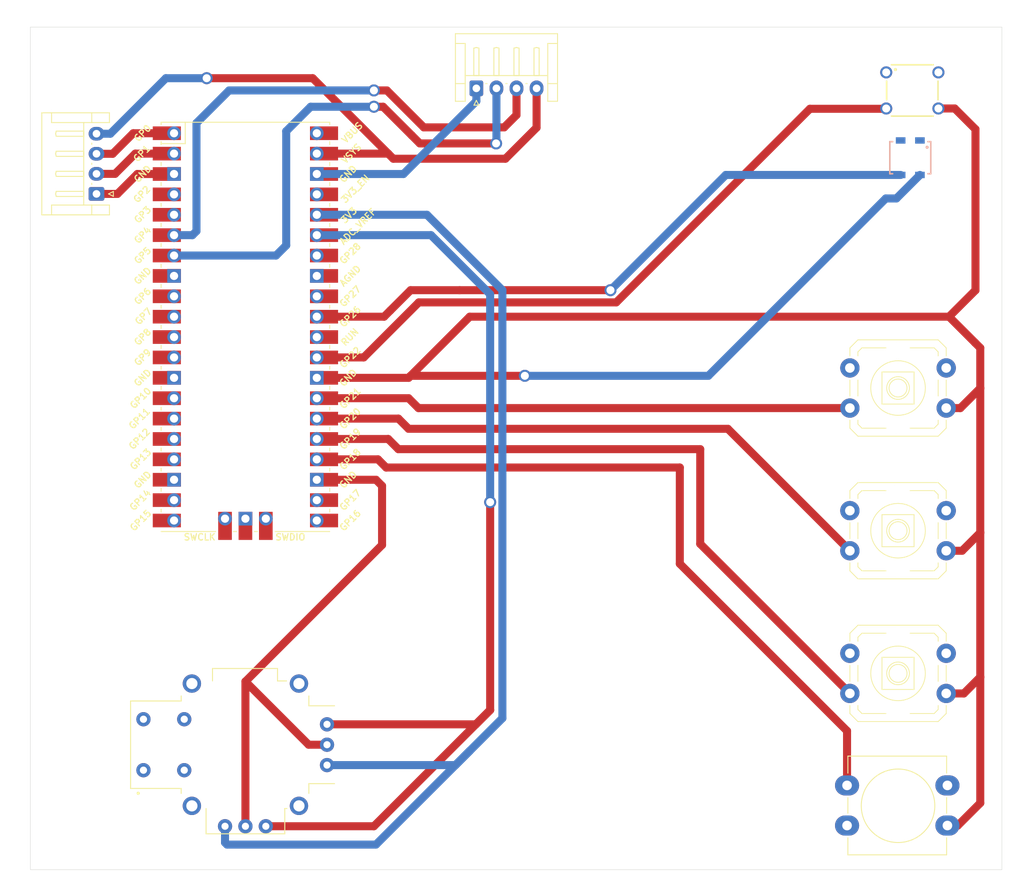
<source format=kicad_pcb>
(kicad_pcb (version 20241229) (generator "pcbnew") (generator_version "9.0")
  (layers (0 "F.Cu" signal) (2 "B.Cu" signal) (13 "F.Paste" user) (15 "B.Paste" user) (5 "F.SilkS" user "F.Silkscreen") (7 "B.SilkS" user "B.Silkscreen") (1 "F.Mask" user) (3 "B.Mask" user) (25 "Edge.Cuts" user))
  (net 0 "")
  (footprint "4301X60437X6" (layer "F.Cu") (at 227.838 56.896)
    (property "Reference" "REF**" (hide yes))
    (property "Value" "4301X60437X6")
    (pad "1" thru_hole circle (at -3.25 -2.25) (size 1.508 1.508) (drill 1) (layers "*.Cu" "*.Mask"))
    (pad "2" thru_hole circle (at -3.25 2.25) (size 1.508 1.508) (drill 1) (layers "*.Cu" "*.Mask"))
    (pad "3" thru_hole circle (at 3.25 -2.25) (size 1.508 1.508) (drill 1) (layers "*.Cu" "*.Mask"))
    (pad "4" thru_hole circle (at 3.25 2.25) (size 1.508 1.508) (drill 1) (layers "*.Cu" "*.Mask"))
  )
  (footprint "MajLibrary:RPi_Pico_SMD_TH" (layer "F.Cu") (at 144.78 86.36)
    (property "Reference" "REF**" (hide yes))
    (property "Value" "RPi_Pico_SMD_TH")
    (fp_text user "GP20" (at 13.054 11.43 45) (layer "F.SilkS") (effects (font (size 0.8 0.8))))
    (fp_text user "GP8" (at -12.8 1.27 45) (layer "F.SilkS") (effects (font (size 0.8 0.8))))
    (fp_text user "GP9" (at -12.8 3.81 45) (layer "F.SilkS") (effects (font (size 0.8 0.8))))
    (fp_text user "GP2" (at -12.9 -16.51 45) (layer "F.SilkS") (effects (font (size 0.8 0.8))))
    (fp_text user "GND" (at -12.8 -19.05 45) (layer "F.SilkS") (effects (font (size 0.8 0.8))))
    (fp_text user "GP5" (at -12.8 -8.89 45) (layer "F.SilkS") (effects (font (size 0.8 0.8))))
    (fp_text user "GP4" (at -12.8 -11.43 45) (layer "F.SilkS") (effects (font (size 0.8 0.8))))
    (fp_text user "GND" (at 12.8 19.05 45) (layer "F.SilkS") (effects (font (size 0.8 0.8))))
    (fp_text user "GND" (at -12.8 19.05 45) (layer "F.SilkS") (effects (font (size 0.8 0.8))))
    (fp_text user "GND" (at -12.8 6.35 45) (layer "F.SilkS") (effects (font (size 0.8 0.8))))
    (fp_text user "GP22" (at 13.054 3.81 45) (layer "F.SilkS") (effects (font (size 0.8 0.8))))
    (fp_text user "GP28" (at 13.054 -9.144 45) (layer "F.SilkS") (effects (font (size 0.8 0.8))))
    (fp_text user "GP14" (at -13.1 21.59 45) (layer "F.SilkS") (effects (font (size 0.8 0.8))))
    (fp_text user "ADC_VREF" (at 14 -12.5 45) (layer "F.SilkS") (effects (font (size 0.8 0.8))))
    (fp_text user "SWCLK" (at -5.7 26.2 0) (layer "F.SilkS") (effects (font (size 0.8 0.8))))
    (fp_text user "GP0" (at -12.8 -24.13 45) (layer "F.SilkS") (effects (font (size 0.8 0.8))))
    (fp_text user "GP27" (at 13.054 -3.8 45) (layer "F.SilkS") (effects (font (size 0.8 0.8))))
    (fp_text user "GP18" (at 13.054 16.51 45) (layer "F.SilkS") (effects (font (size 0.8 0.8))))
    (fp_text user "GP15" (at -13.054 24.13 45) (layer "F.SilkS") (effects (font (size 0.8 0.8))))
    (fp_text user "VBUS" (at 13.3 -24.2 45) (layer "F.SilkS") (effects (font (size 0.8 0.8))))
    (fp_text user "GP3" (at -12.8 -13.97 45) (layer "F.SilkS") (effects (font (size 0.8 0.8))))
    (fp_text user "GND" (at 12.8 -19.05 45) (layer "F.SilkS") (effects (font (size 0.8 0.8))))
    (fp_text user "GP21" (at 13.054 8.9 45) (layer "F.SilkS") (effects (font (size 0.8 0.8))))
    (fp_text user "GND" (at 12.8 6.35 45) (layer "F.SilkS") (effects (font (size 0.8 0.8))))
    (fp_text user "SWDIO" (at 5.6 26.2 0) (layer "F.SilkS") (effects (font (size 0.8 0.8))))
    (fp_text user "GP19" (at 13.054 13.97 45) (layer "F.SilkS") (effects (font (size 0.8 0.8))))
    (fp_text user "GP26" (at 13.054 -1.27 45) (layer "F.SilkS") (effects (font (size 0.8 0.8))))
    (fp_text user "RUN" (at 13 1.27 45) (layer "F.SilkS") (effects (font (size 0.8 0.8))))
    (fp_text user "GP10" (at -13.054 8.89 45) (layer "F.SilkS") (effects (font (size 0.8 0.8))))
    (fp_text user "3V3_EN" (at 13.7 -17.2 45) (layer "F.SilkS") (effects (font (size 0.8 0.8))))
    (fp_text user "GP17" (at 13.054 21.59 45) (layer "F.SilkS") (effects (font (size 0.8 0.8))))
    (fp_text user "GP1" (at -12.9 -21.6 45) (layer "F.SilkS") (effects (font (size 0.8 0.8))))
    (fp_text user "GP16" (at 13.054 24.13 45) (layer "F.SilkS") (effects (font (size 0.8 0.8))))
    (fp_text user "GP11" (at -13.2 11.43 45) (layer "F.SilkS") (effects (font (size 0.8 0.8))))
    (fp_text user "GND" (at -12.8 -6.35 45) (layer "F.SilkS") (effects (font (size 0.8 0.8))))
    (fp_text user "GP7" (at -12.7 -1.3 45) (layer "F.SilkS") (effects (font (size 0.8 0.8))))
    (fp_text user "GP6" (at -12.8 -3.81 45) (layer "F.SilkS") (effects (font (size 0.8 0.8))))
    (fp_text user "GP13" (at -13.054 16.51 45) (layer "F.SilkS") (effects (font (size 0.8 0.8))))
    (fp_text user "3V3" (at 12.9 -13.9 45) (layer "F.SilkS") (effects (font (size 0.8 0.8))))
    (fp_text user "VSYS" (at 13.2 -21.59 45) (layer "F.SilkS") (effects (font (size 0.8 0.8))))
    (fp_text user "AGND" (at 13.054 -6.35 45) (layer "F.SilkS") (effects (font (size 0.8 0.8))))
    (fp_text user "GP12" (at -13.2 13.97 45) (layer "F.SilkS") (effects (font (size 0.8 0.8))))
    (pad "" np_thru_hole oval (at -2.725 -24) (size 1.8 1.8) (drill 1.8) (layers "*.Cu" "*.Mask"))
    (pad "" np_thru_hole oval (at -2.425 -20.97) (size 1.5 1.5) (drill 1.5) (layers "*.Cu" "*.Mask"))
    (pad "" np_thru_hole oval (at 2.425 -20.97) (size 1.5 1.5) (drill 1.5) (layers "*.Cu" "*.Mask"))
    (pad "" np_thru_hole oval (at 2.725 -24) (size 1.8 1.8) (drill 1.8) (layers "*.Cu" "*.Mask"))
    (pad "1" thru_hole oval (at -8.89 -24.13) (size 1.7 1.7) (drill 1.02) (layers "*.Cu" "*.Mask"))
    (pad "1" smd rect (at -8.89 -24.13) (size 3.5 1.7) (drill (offset -0.9 0)) (layers "F.Cu" "F.Mask"))
    (pad "2" thru_hole oval (at -8.89 -21.59) (size 1.7 1.7) (drill 1.02) (layers "*.Cu" "*.Mask"))
    (pad "2" smd rect (at -8.89 -21.59) (size 3.5 1.7) (drill (offset -0.9 0)) (layers "F.Cu" "F.Mask"))
    (pad "3" thru_hole rect (at -8.89 -19.05) (size 1.7 1.7) (drill 1.02) (layers "*.Cu" "*.Mask"))
    (pad "3" smd rect (at -8.89 -19.05) (size 3.5 1.7) (drill (offset -0.9 0)) (layers "F.Cu" "F.Mask"))
    (pad "4" thru_hole oval (at -8.89 -16.51) (size 1.7 1.7) (drill 1.02) (layers "*.Cu" "*.Mask"))
    (pad "4" smd rect (at -8.89 -16.51) (size 3.5 1.7) (drill (offset -0.9 0)) (layers "F.Cu" "F.Mask"))
    (pad "5" thru_hole oval (at -8.89 -13.97) (size 1.7 1.7) (drill 1.02) (layers "*.Cu" "*.Mask"))
    (pad "5" smd rect (at -8.89 -13.97) (size 3.5 1.7) (drill (offset -0.9 0)) (layers "F.Cu" "F.Mask"))
    (pad "6" thru_hole oval (at -8.89 -11.43) (size 1.7 1.7) (drill 1.02) (layers "*.Cu" "*.Mask"))
    (pad "6" smd rect (at -8.89 -11.43) (size 3.5 1.7) (drill (offset -0.9 0)) (layers "F.Cu" "F.Mask"))
    (pad "7" thru_hole oval (at -8.89 -8.89) (size 1.7 1.7) (drill 1.02) (layers "*.Cu" "*.Mask"))
    (pad "7" smd rect (at -8.89 -8.89) (size 3.5 1.7) (drill (offset -0.9 0)) (layers "F.Cu" "F.Mask"))
    (pad "8" thru_hole rect (at -8.89 -6.35) (size 1.7 1.7) (drill 1.02) (layers "*.Cu" "*.Mask"))
    (pad "8" smd rect (at -8.89 -6.35) (size 3.5 1.7) (drill (offset -0.9 0)) (layers "F.Cu" "F.Mask"))
    (pad "9" thru_hole oval (at -8.89 -3.81) (size 1.7 1.7) (drill 1.02) (layers "*.Cu" "*.Mask"))
    (pad "9" smd rect (at -8.89 -3.81) (size 3.5 1.7) (drill (offset -0.9 0)) (layers "F.Cu" "F.Mask"))
    (pad "10" thru_hole oval (at -8.89 -1.27) (size 1.7 1.7) (drill 1.02) (layers "*.Cu" "*.Mask"))
    (pad "10" smd rect (at -8.89 -1.27) (size 3.5 1.7) (drill (offset -0.9 0)) (layers "F.Cu" "F.Mask"))
    (pad "11" thru_hole oval (at -8.89 1.27) (size 1.7 1.7) (drill 1.02) (layers "*.Cu" "*.Mask"))
    (pad "11" smd rect (at -8.89 1.27) (size 3.5 1.7) (drill (offset -0.9 0)) (layers "F.Cu" "F.Mask"))
    (pad "12" thru_hole oval (at -8.89 3.81) (size 1.7 1.7) (drill 1.02) (layers "*.Cu" "*.Mask"))
    (pad "12" smd rect (at -8.89 3.81) (size 3.5 1.7) (drill (offset -0.9 0)) (layers "F.Cu" "F.Mask"))
    (pad "13" thru_hole rect (at -8.89 6.35) (size 1.7 1.7) (drill 1.02) (layers "*.Cu" "*.Mask"))
    (pad "13" smd rect (at -8.89 6.35) (size 3.5 1.7) (drill (offset -0.9 0)) (layers "F.Cu" "F.Mask"))
    (pad "14" thru_hole oval (at -8.89 8.89) (size 1.7 1.7) (drill 1.02) (layers "*.Cu" "*.Mask"))
    (pad "14" smd rect (at -8.89 8.89) (size 3.5 1.7) (drill (offset -0.9 0)) (layers "F.Cu" "F.Mask"))
    (pad "15" thru_hole oval (at -8.89 11.43) (size 1.7 1.7) (drill 1.02) (layers "*.Cu" "*.Mask"))
    (pad "15" smd rect (at -8.89 11.43) (size 3.5 1.7) (drill (offset -0.9 0)) (layers "F.Cu" "F.Mask"))
    (pad "16" thru_hole oval (at -8.89 13.97) (size 1.7 1.7) (drill 1.02) (layers "*.Cu" "*.Mask"))
    (pad "16" smd rect (at -8.89 13.97) (size 3.5 1.7) (drill (offset -0.9 0)) (layers "F.Cu" "F.Mask"))
    (pad "17" thru_hole oval (at -8.89 16.51) (size 1.7 1.7) (drill 1.02) (layers "*.Cu" "*.Mask"))
    (pad "17" smd rect (at -8.89 16.51) (size 3.5 1.7) (drill (offset -0.9 0)) (layers "F.Cu" "F.Mask"))
    (pad "18" thru_hole rect (at -8.89 19.05) (size 1.7 1.7) (drill 1.02) (layers "*.Cu" "*.Mask"))
    (pad "18" smd rect (at -8.89 19.05) (size 3.5 1.7) (drill (offset -0.9 0)) (layers "F.Cu" "F.Mask"))
    (pad "19" thru_hole oval (at -8.89 21.59) (size 1.7 1.7) (drill 1.02) (layers "*.Cu" "*.Mask"))
    (pad "19" smd rect (at -8.89 21.59) (size 3.5 1.7) (drill (offset -0.9 0)) (layers "F.Cu" "F.Mask"))
    (pad "20" thru_hole oval (at -8.89 24.13) (size 1.7 1.7) (drill 1.02) (layers "*.Cu" "*.Mask"))
    (pad "20" smd rect (at -8.89 24.13) (size 3.5 1.7) (drill (offset -0.9 0)) (layers "F.Cu" "F.Mask"))
    (pad "21" thru_hole oval (at 8.89 24.13) (size 1.7 1.7) (drill 1.02) (layers "*.Cu" "*.Mask"))
    (pad "21" smd rect (at 8.89 24.13) (size 3.5 1.7) (drill (offset 0.9 0)) (layers "F.Cu" "F.Mask"))
    (pad "22" thru_hole oval (at 8.89 21.59) (size 1.7 1.7) (drill 1.02) (layers "*.Cu" "*.Mask"))
    (pad "22" smd rect (at 8.89 21.59) (size 3.5 1.7) (drill (offset 0.9 0)) (layers "F.Cu" "F.Mask"))
    (pad "23" thru_hole rect (at 8.89 19.05) (size 1.7 1.7) (drill 1.02) (layers "*.Cu" "*.Mask"))
    (pad "23" smd rect (at 8.89 19.05) (size 3.5 1.7) (drill (offset 0.9 0)) (layers "F.Cu" "F.Mask"))
    (pad "24" thru_hole oval (at 8.89 16.51) (size 1.7 1.7) (drill 1.02) (layers "*.Cu" "*.Mask"))
    (pad "24" smd rect (at 8.89 16.51) (size 3.5 1.7) (drill (offset 0.9 0)) (layers "F.Cu" "F.Mask"))
    (pad "25" thru_hole oval (at 8.89 13.97) (size 1.7 1.7) (drill 1.02) (layers "*.Cu" "*.Mask"))
    (pad "25" smd rect (at 8.89 13.97) (size 3.5 1.7) (drill (offset 0.9 0)) (layers "F.Cu" "F.Mask"))
    (pad "26" thru_hole oval (at 8.89 11.43) (size 1.7 1.7) (drill 1.02) (layers "*.Cu" "*.Mask"))
    (pad "26" smd rect (at 8.89 11.43) (size 3.5 1.7) (drill (offset 0.9 0)) (layers "F.Cu" "F.Mask"))
    (pad "27" thru_hole oval (at 8.89 8.89) (size 1.7 1.7) (drill 1.02) (layers "*.Cu" "*.Mask"))
    (pad "27" smd rect (at 8.89 8.89) (size 3.5 1.7) (drill (offset 0.9 0)) (layers "F.Cu" "F.Mask"))
    (pad "28" thru_hole rect (at 8.89 6.35) (size 1.7 1.7) (drill 1.02) (layers "*.Cu" "*.Mask"))
    (pad "28" smd rect (at 8.89 6.35) (size 3.5 1.7) (drill (offset 0.9 0)) (layers "F.Cu" "F.Mask"))
    (pad "29" thru_hole oval (at 8.89 3.81) (size 1.7 1.7) (drill 1.02) (layers "*.Cu" "*.Mask"))
    (pad "29" smd rect (at 8.89 3.81) (size 3.5 1.7) (drill (offset 0.9 0)) (layers "F.Cu" "F.Mask"))
    (pad "30" thru_hole oval (at 8.89 1.27) (size 1.7 1.7) (drill 1.02) (layers "*.Cu" "*.Mask"))
    (pad "30" smd rect (at 8.89 1.27) (size 3.5 1.7) (drill (offset 0.9 0)) (layers "F.Cu" "F.Mask"))
    (pad "31" thru_hole oval (at 8.89 -1.27) (size 1.7 1.7) (drill 1.02) (layers "*.Cu" "*.Mask"))
    (pad "31" smd rect (at 8.89 -1.27) (size 3.5 1.7) (drill (offset 0.9 0)) (layers "F.Cu" "F.Mask"))
    (pad "32" thru_hole oval (at 8.89 -3.81) (size 1.7 1.7) (drill 1.02) (layers "*.Cu" "*.Mask"))
    (pad "32" smd rect (at 8.89 -3.81) (size 3.5 1.7) (drill (offset 0.9 0)) (layers "F.Cu" "F.Mask"))
    (pad "33" thru_hole rect (at 8.89 -6.35) (size 1.7 1.7) (drill 1.02) (layers "*.Cu" "*.Mask"))
    (pad "33" smd rect (at 8.89 -6.35) (size 3.5 1.7) (drill (offset 0.9 0)) (layers "F.Cu" "F.Mask"))
    (pad "34" thru_hole oval (at 8.89 -8.89) (size 1.7 1.7) (drill 1.02) (layers "*.Cu" "*.Mask"))
    (pad "34" smd rect (at 8.89 -8.89) (size 3.5 1.7) (drill (offset 0.9 0)) (layers "F.Cu" "F.Mask"))
    (pad "35" thru_hole oval (at 8.89 -11.43) (size 1.7 1.7) (drill 1.02) (layers "*.Cu" "*.Mask"))
    (pad "35" smd rect (at 8.89 -11.43) (size 3.5 1.7) (drill (offset 0.9 0)) (layers "F.Cu" "F.Mask"))
    (pad "36" thru_hole oval (at 8.89 -13.97) (size 1.7 1.7) (drill 1.02) (layers "*.Cu" "*.Mask"))
    (pad "36" smd rect (at 8.89 -13.97) (size 3.5 1.7) (drill (offset 0.9 0)) (layers "F.Cu" "F.Mask"))
    (pad "37" thru_hole oval (at 8.89 -16.51) (size 1.7 1.7) (drill 1.02) (layers "*.Cu" "*.Mask"))
    (pad "37" smd rect (at 8.89 -16.51) (size 3.5 1.7) (drill (offset 0.9 0)) (layers "F.Cu" "F.Mask"))
    (pad "38" thru_hole rect (at 8.89 -19.05) (size 1.7 1.7) (drill 1.02) (layers "*.Cu" "*.Mask"))
    (pad "38" smd rect (at 8.89 -19.05) (size 3.5 1.7) (drill (offset 0.9 0)) (layers "F.Cu" "F.Mask"))
    (pad "39" thru_hole oval (at 8.89 -21.59) (size 1.7 1.7) (drill 1.02) (layers "*.Cu" "*.Mask"))
    (pad "39" smd rect (at 8.89 -21.59) (size 3.5 1.7) (drill (offset 0.9 0)) (layers "F.Cu" "F.Mask"))
    (pad "40" thru_hole oval (at 8.89 -24.13) (size 1.7 1.7) (drill 1.02) (layers "*.Cu" "*.Mask"))
    (pad "40" smd rect (at 8.89 -24.13) (size 3.5 1.7) (drill (offset 0.9 0)) (layers "F.Cu" "F.Mask"))
    (pad "41" thru_hole oval (at -2.54 23.9) (size 1.7 1.7) (drill 1.02) (layers "*.Cu" "*.Mask"))
    (pad "41" smd rect (at -2.54 23.9 90) (size 3.5 1.7) (drill (offset -0.9 0)) (layers "F.Cu" "F.Mask"))
    (pad "42" thru_hole rect (at 0 23.9) (size 1.7 1.7) (drill 1.02) (layers "*.Cu" "*.Mask"))
    (pad "42" smd rect (at 0 23.9 90) (size 3.5 1.7) (drill (offset -0.9 0)) (layers "F.Cu" "F.Mask"))
    (pad "43" thru_hole oval (at 2.54 23.9) (size 1.7 1.7) (drill 1.02) (layers "*.Cu" "*.Mask"))
    (pad "43" smd rect (at 2.54 23.9 90) (size 3.5 1.7) (drill (offset -0.9 0)) (layers "F.Cu" "F.Mask"))
  )
  (footprint "Button_Switch_THT:SW_PUSH-12mm_Wuerth-430476085716" (layer "F.Cu") (at 219.71 143.5)
    (property "Reference" "REF**" (hide yes))
    (property "Value" "SW_PUSH-12mm_Wuerth-430476085716")
    (pad "1" thru_hole oval (at 0 0) (size 3 2.5) (drill 1.2) (layers "*.Cu" "*.Mask"))
    (pad "1" thru_hole oval (at 12.5 0) (size 3 2.5) (drill 1.2) (layers "*.Cu" "*.Mask"))
    (pad "2" thru_hole oval (at 0 5) (size 3 2.5) (drill 1.2) (layers "*.Cu" "*.Mask"))
    (pad "2" thru_hole oval (at 12.5 5) (size 3 2.5) (drill 1.2) (layers "*.Cu" "*.Mask"))
  )
  (footprint "MajLibrary:B3F-5050" (layer "F.Cu") (at 226.06 93.98)
    (property "Reference" "REF**" (hide yes))
    (property "Value" "B3F-5050")
    (pad "" np_thru_hole circle (at 0 -4.5) (size 1.8 1.8) (drill 1.8) (layers "*.Cu" "*.Mask"))
    (pad "" np_thru_hole circle (at 0 4.5) (size 1.8 1.8) (drill 1.8) (layers "*.Cu" "*.Mask"))
    (pad "1" thru_hole circle (at 6 2.5) (size 2.4 2.4) (drill 1.2) (layers "*.Cu" "*.Mask"))
    (pad "2" thru_hole circle (at -6 2.5) (size 2.4 2.4) (drill 1.2) (layers "*.Cu" "*.Mask"))
    (pad "3" thru_hole circle (at 6 -2.5) (size 2.4 2.4) (drill 1.2) (layers "*.Cu" "*.Mask"))
    (pad "4" thru_hole circle (at -6 -2.5) (size 2.4 2.4) (drill 1.2) (layers "*.Cu" "*.Mask"))
  )
  (footprint "Connector_JST:JST_EH_S4B-EH_1x04_P2.50mm_Horizontal" (layer "F.Cu") (at 126.2305 69.79 90)
    (property "Reference" "REF**" (hide yes))
    (property "Value" "JST_EH_S4B-EH_1x04_P2.50mm_Horizontal")
    (pad "1" thru_hole roundrect (at 0 0 90) (size 1.7 1.95) (drill 0.95) (layers "*.Cu" "*.Mask") (roundrect_rratio 0.147059))
    (pad "2" thru_hole oval (at 2.5 0 90) (size 1.7 1.95) (drill 0.95) (layers "*.Cu" "*.Mask"))
    (pad "3" thru_hole oval (at 5 0 90) (size 1.7 1.95) (drill 0.95) (layers "*.Cu" "*.Mask"))
    (pad "4" thru_hole oval (at 7.5 0 90) (size 1.7 1.95) (drill 0.95) (layers "*.Cu" "*.Mask"))
  )
  (footprint "Connector_JST:JST_EH_S4B-EH_1x04_P2.50mm_Horizontal" (layer "F.Cu") (at 173.542 56.6345)
    (property "Reference" "REF**" (hide yes))
    (property "Value" "JST_EH_S4B-EH_1x04_P2.50mm_Horizontal")
    (pad "1" thru_hole roundrect (at 0 0) (size 1.7 1.95) (drill 0.95) (layers "*.Cu" "*.Mask") (roundrect_rratio 0.147059))
    (pad "2" thru_hole oval (at 2.5 0) (size 1.7 1.95) (drill 0.95) (layers "*.Cu" "*.Mask"))
    (pad "3" thru_hole oval (at 5 0) (size 1.7 1.95) (drill 0.95) (layers "*.Cu" "*.Mask"))
    (pad "4" thru_hole oval (at 7.5 0) (size 1.7 1.95) (drill 0.95) (layers "*.Cu" "*.Mask"))
  )
  (footprint "MajLibrary:B3F-5050" (layer "F.Cu") (at 226.06 111.76)
    (property "Reference" "REF**" (hide yes))
    (property "Value" "B3F-5050")
    (pad "" np_thru_hole circle (at 0 -4.5) (size 1.8 1.8) (drill 1.8) (layers "*.Cu" "*.Mask"))
    (pad "" np_thru_hole circle (at 0 4.5) (size 1.8 1.8) (drill 1.8) (layers "*.Cu" "*.Mask"))
    (pad "1" thru_hole circle (at 6 2.5) (size 2.4 2.4) (drill 1.2) (layers "*.Cu" "*.Mask"))
    (pad "2" thru_hole circle (at -6 2.5) (size 2.4 2.4) (drill 1.2) (layers "*.Cu" "*.Mask"))
    (pad "3" thru_hole circle (at 6 -2.5) (size 2.4 2.4) (drill 1.2) (layers "*.Cu" "*.Mask"))
    (pad "4" thru_hole circle (at -6 -2.5) (size 2.4 2.4) (drill 1.2) (layers "*.Cu" "*.Mask"))
  )
  (footprint "MajLibrary:B3F-5050" (layer "F.Cu") (at 226.06 129.54)
    (property "Reference" "REF**" (hide yes))
    (property "Value" "B3F-5050")
    (pad "" np_thru_hole circle (at 0 -4.5) (size 1.8 1.8) (drill 1.8) (layers "*.Cu" "*.Mask"))
    (pad "" np_thru_hole circle (at 0 4.5) (size 1.8 1.8) (drill 1.8) (layers "*.Cu" "*.Mask"))
    (pad "1" thru_hole circle (at 6 2.5) (size 2.4 2.4) (drill 1.2) (layers "*.Cu" "*.Mask"))
    (pad "2" thru_hole circle (at -6 2.5) (size 2.4 2.4) (drill 1.2) (layers "*.Cu" "*.Mask"))
    (pad "3" thru_hole circle (at 6 -2.5) (size 2.4 2.4) (drill 1.2) (layers "*.Cu" "*.Mask"))
    (pad "4" thru_hole circle (at -6 -2.5) (size 2.4 2.4) (drill 1.2) (layers "*.Cu" "*.Mask"))
  )
  (footprint "MajLibrary:Joystick" (layer "F.Cu") (at 144.78 138.43 90)
    (property "Reference" "REF**" (hide yes))
    (property "Value" "Joystick")
    (pad "B1A" thru_hole circle (at -3.175 -12.7 90) (size 1.778 1.778) (drill 0.9) (layers "*.Cu" "*.Mask"))
    (pad "B1B" thru_hole circle (at 3.175 -12.7 90) (size 1.778 1.778) (drill 0.9) (layers "*.Cu" "*.Mask"))
    (pad "B2A" thru_hole circle (at -3.175 -7.62 90) (size 1.778 1.778) (drill 0.9) (layers "*.Cu" "*.Mask"))
    (pad "B2B" thru_hole circle (at 3.175 -7.62 90) (size 1.778 1.778) (drill 0.9) (layers "*.Cu" "*.Mask"))
    (pad "H1" thru_hole circle (at -2.54 10.16 90) (size 1.778 1.778) (drill 0.889) (layers "*.Cu" "*.Mask"))
    (pad "H2" thru_hole circle (at 0 10.16 90) (size 1.778 1.778) (drill 0.889) (layers "*.Cu" "*.Mask"))
    (pad "H3" thru_hole circle (at 2.54 10.16 90) (size 1.778 1.778) (drill 0.889) (layers "*.Cu" "*.Mask"))
    (pad "S1" thru_hole circle (at -7.62 -6.6675 90) (size 2.286 2.286) (drill 1.397) (layers "*.Cu" "*.Mask"))
    (pad "S2" thru_hole circle (at -7.62 6.6675 90) (size 2.286 2.286) (drill 1.397) (layers "*.Cu" "*.Mask"))
    (pad "S3" thru_hole circle (at 7.62 6.6675 90) (size 2.286 2.286) (drill 1.397) (layers "*.Cu" "*.Mask"))
    (pad "S4" thru_hole circle (at 7.62 -6.6675 90) (size 2.286 2.286) (drill 1.397) (layers "*.Cu" "*.Mask"))
    (pad "V1" thru_hole circle (at -10.16 -2.54 90) (size 1.778 1.778) (drill 0.889) (layers "*.Cu" "*.Mask"))
    (pad "V2" thru_hole circle (at -10.16 0 90) (size 1.778 1.778) (drill 0.889) (layers "*.Cu" "*.Mask"))
    (pad "V3" thru_hole circle (at -10.16 2.54 90) (size 1.778 1.778) (drill 0.889) (layers "*.Cu" "*.Mask"))
  )
  (footprint "MajLibrary:Detector Switch" (layer "B.Cu") (at 227.584 65.278 180)
    (property "Reference" "REF**" (hide yes))
    (property "Value" "Detector Switch")
    (pad "1" smd rect (at -1.2 2.15 180) (size 1.2 0.8) (layers "B.Cu" "B.Mask" "B.Paste"))
    (pad "2" smd rect (at 1.2 2.15 180) (size 1.2 0.8) (layers "B.Cu" "B.Mask" "B.Paste"))
    (pad "3" smd rect (at -1.2 -2.15 180) (size 1.2 0.8) (layers "B.Cu" "B.Mask" "B.Paste"))
    (pad "4" smd rect (at 1.2 -2.15 180) (size 1.2 0.8) (layers "B.Cu" "B.Mask" "B.Paste"))
  )
  (gr_rect (start 118 49) (end 239 154) (stroke (width 0.05)) (fill no) (layer "Edge.Cuts"))
  (segment (start 165.1 99.06) (end 204.86 99.06) (width 1) (layer "F.Cu") (net 0))
  (segment (start 161.798 106.172) (end 161.798 113.538) (width 1) (layer "F.Cu") (net 0))
  (segment (start 232.41 85.09) (end 172.72 85.09) (width 1) (layer "F.Cu") (net 0))
  (segment (start 233.5 148.5) (end 236.3 145.7) (width 1) (layer "F.Cu") (net 0))
  (segment (start 131.318 67.31) (end 135.89 67.31) (width 1) (layer "F.Cu") (net 0))
  (segment (start 232.06 132.04) (end 234.26 132.04) (width 1) (layer "F.Cu") (net 0))
  (segment (start 162.56 64.77) (end 163.195 65.405) (width 1) (layer "F.Cu") (net 0))
  (segment (start 163.83 97.79) (end 165.1 99.06) (width 1) (layer "F.Cu") (net 0))
  (segment (start 236.3 145.7) (end 236.3 130) (width 1) (layer "F.Cu") (net 0))
  (segment (start 167 61.5) (end 177 61.5) (width 1) (layer "F.Cu") (net 0))
  (segment (start 131.064 64.77) (end 135.89 64.77) (width 1) (layer "F.Cu") (net 0))
  (segment (start 224.588 59.146) (end 224.552 59.182) (width 1) (layer "F.Cu") (net 0))
  (segment (start 161.928 58.928) (end 165.5 62.5) (width 1) (layer "F.Cu") (net 0))
  (segment (start 165.5 62.5) (end 166.5 63.5) (width 1) (layer "F.Cu") (net 0))
  (segment (start 126.2305 67.29) (end 128.544 67.29) (width 1) (layer "F.Cu") (net 0))
  (segment (start 126.2305 64.79) (end 128.25 64.79) (width 1) (layer "F.Cu") (net 0))
  (segment (start 153.67 64.77) (end 162.56 64.77) (width 1) (layer "F.Cu") (net 0))
  (segment (start 220.06 96.48) (end 166.33 96.48) (width 1) (layer "F.Cu") (net 0))
  (segment (start 144.78 148.59) (end 144.78 130.556) (width 1) (layer "F.Cu") (net 0))
  (segment (start 190.958 83.312) (end 166.37 83.312) (width 1) (layer "F.Cu") (net 0))
  (segment (start 152.654 138.43) (end 154.94 138.43) (width 1) (layer "F.Cu") (net 0))
  (segment (start 165.1 95.25) (end 153.67 95.25) (width 1) (layer "F.Cu") (net 0))
  (segment (start 161.798 113.538) (end 144.78 130.556) (width 1) (layer "F.Cu") (net 0))
  (segment (start 233.82 96.48) (end 236.3 94) (width 1) (layer "F.Cu") (net 0))
  (segment (start 236.3 130) (end 236.3 112) (width 1) (layer "F.Cu") (net 0))
  (segment (start 220.06 132.04) (end 201.422 113.402) (width 1) (layer "F.Cu") (net 0))
  (segment (start 177.165 65.405) (end 181.042 61.528) (width 1) (layer "F.Cu") (net 0))
  (segment (start 236.3 88.98) (end 235.66 88.34) (width 1) (layer "F.Cu") (net 0))
  (segment (start 162.052 85.09) (end 162.814 84.328) (width 1) (layer "F.Cu") (net 0))
  (segment (start 166.5 63.5) (end 176 63.5) (width 1) (layer "F.Cu") (net 0))
  (segment (start 232.06 96.48) (end 233.82 96.48) (width 1) (layer "F.Cu") (net 0))
  (segment (start 153.67 85.09) (end 162.052 85.09) (width 1) (layer "F.Cu") (net 0))
  (segment (start 234.04 114.26) (end 236.3 112) (width 1) (layer "F.Cu") (net 0))
  (segment (start 235.66 88.34) (end 232.41 85.09) (width 1) (layer "F.Cu") (net 0))
  (segment (start 233.12 59.146) (end 235.704 61.73) (width 1) (layer "F.Cu") (net 0))
  (segment (start 231.088 59.146) (end 233.12 59.146) (width 1) (layer "F.Cu") (net 0))
  (segment (start 162.396 56.896) (end 167 61.5) (width 1) (layer "F.Cu") (net 0))
  (segment (start 139.954 55.372) (end 153.162 55.372) (width 1) (layer "F.Cu") (net 0))
  (segment (start 130.81 62.23) (end 135.89 62.23) (width 1) (layer "F.Cu") (net 0))
  (segment (start 181.042 61.528) (end 181.042 56.6345) (width 1) (layer "F.Cu") (net 0))
  (segment (start 215.088 59.182) (end 190.958 83.312) (width 1) (layer "F.Cu") (net 0))
  (segment (start 172.72 85.09) (end 165.1 92.71) (width 1) (layer "F.Cu") (net 0))
  (segment (start 153.162 55.372) (end 162.56 64.77) (width 1) (layer "F.Cu") (net 0))
  (segment (start 236.3 94) (end 236.3 88.98) (width 1) (layer "F.Cu") (net 0))
  (segment (start 128.838 69.79) (end 131.318 67.31) (width 1) (layer "F.Cu") (net 0))
  (segment (start 201.422 113.402) (end 201.422 101.6) (width 1) (layer "F.Cu") (net 0))
  (segment (start 219.71 136.71) (end 219.71 143.5) (width 1) (layer "F.Cu") (net 0))
  (segment (start 173.482 135.89) (end 175.26 134.112) (width 1) (layer "F.Cu") (net 0))
  (segment (start 236.3 112) (end 236.3 94) (width 1) (layer "F.Cu") (net 0))
  (segment (start 153.67 105.41) (end 161.036 105.41) (width 1) (layer "F.Cu") (net 0))
  (segment (start 162.56 100.33) (end 153.67 100.33) (width 1) (layer "F.Cu") (net 0))
  (segment (start 232.21 148.5) (end 233.5 148.5) (width 1) (layer "F.Cu") (net 0))
  (segment (start 198.882 115.882) (end 219.71 136.71) (width 1) (layer "F.Cu") (net 0))
  (segment (start 162.814 84.328) (end 165.354 81.788) (width 1) (layer "F.Cu") (net 0))
  (segment (start 128.544 67.29) (end 131.064 64.77) (width 1) (layer "F.Cu") (net 0))
  (segment (start 165.354 92.456) (end 165.1 92.71) (width 1) (layer "F.Cu") (net 0))
  (segment (start 161.036 105.41) (end 161.798 106.172) (width 1) (layer "F.Cu") (net 0))
  (segment (start 177 61.5) (end 178.542 59.958) (width 1) (layer "F.Cu") (net 0))
  (segment (start 175.26 134.112) (end 175.26 108.204) (width 1) (layer "F.Cu") (net 0))
  (segment (start 232.06 114.26) (end 234.04 114.26) (width 1) (layer "F.Cu") (net 0))
  (segment (start 166.33 96.48) (end 165.1 95.25) (width 1) (layer "F.Cu") (net 0))
  (segment (start 159.512 90.17) (end 153.67 90.17) (width 1) (layer "F.Cu") (net 0))
  (segment (start 163.83 101.6) (end 162.56 100.33) (width 1) (layer "F.Cu") (net 0))
  (segment (start 162.306 103.886) (end 198.882 103.886) (width 1) (layer "F.Cu") (net 0))
  (segment (start 147.32 148.59) (end 160.782 148.59) (width 1) (layer "F.Cu") (net 0))
  (segment (start 160.782 56.896) (end 162.396 56.896) (width 1) (layer "F.Cu") (net 0))
  (segment (start 178.542 59.958) (end 178.542 56.6345) (width 1) (layer "F.Cu") (net 0))
  (segment (start 160.782 148.59) (end 175.26 134.112) (width 1) (layer "F.Cu") (net 0))
  (segment (start 166.37 83.312) (end 159.512 90.17) (width 1) (layer "F.Cu") (net 0))
  (segment (start 204.86 99.06) (end 220.06 114.26) (width 1) (layer "F.Cu") (net 0))
  (segment (start 179.578 92.456) (end 165.354 92.456) (width 1) (layer "F.Cu") (net 0))
  (segment (start 160.782 58.928) (end 161.928 58.928) (width 1) (layer "F.Cu") (net 0))
  (segment (start 234.26 132.04) (end 236.3 130) (width 1) (layer "F.Cu") (net 0))
  (segment (start 171.45 81.788) (end 190.246 81.788) (width 1) (layer "F.Cu") (net 0))
  (segment (start 201.422 101.6) (end 163.83 101.6) (width 1) (layer "F.Cu") (net 0))
  (segment (start 126.2305 69.79) (end 128.838 69.79) (width 1) (layer "F.Cu") (net 0))
  (segment (start 163.195 65.405) (end 177.165 65.405) (width 1) (layer "F.Cu") (net 0))
  (segment (start 165.354 81.788) (end 171.45 81.788) (width 1) (layer "F.Cu") (net 0))
  (segment (start 198.882 103.886) (end 198.882 115.882) (width 1) (layer "F.Cu") (net 0))
  (segment (start 235.704 81.796) (end 232.41 85.09) (width 1) (layer "F.Cu") (net 0))
  (segment (start 153.67 97.79) (end 163.83 97.79) (width 1) (layer "F.Cu") (net 0))
  (segment (start 153.67 102.87) (end 161.29 102.87) (width 1) (layer "F.Cu") (net 0))
  (segment (start 224.552 59.182) (end 215.088 59.182) (width 1) (layer "F.Cu") (net 0))
  (segment (start 154.94 135.89) (end 173.482 135.89) (width 1) (layer "F.Cu") (net 0))
  (segment (start 128.25 64.79) (end 130.81 62.23) (width 1) (layer "F.Cu") (net 0))
  (segment (start 165.1 92.71) (end 153.67 92.71) (width 1) (layer "F.Cu") (net 0))
  (segment (start 135.85 67.35) (end 135.89 67.31) (width 1) (layer "F.Cu") (net 0))
  (segment (start 161.29 102.87) (end 162.306 103.886) (width 1) (layer "F.Cu") (net 0))
  (segment (start 144.78 130.556) (end 152.654 138.43) (width 1) (layer "F.Cu") (net 0))
  (segment (start 235.704 61.73) (end 235.704 81.796) (width 1) (layer "F.Cu") (net 0))
  (via (at 139.954 55.372) (size 1.5) (drill 1) (layers "F.Cu" "B.Cu") (net 0))
  (via (at 179.578 92.456) (size 1.5) (drill 1) (layers "F.Cu" "B.Cu") (net 0))
  (via (at 160.782 56.896) (size 1.5) (drill 1) (layers "F.Cu" "B.Cu") (net 0))
  (via (at 175.26 108.204) (size 1.5) (drill 1) (layers "F.Cu" "B.Cu") (net 0))
  (via (at 176 63.5) (size 1.5) (drill 1) (layers "F.Cu" "B.Cu") (net 0))
  (via (at 160.782 58.928) (size 1.5) (drill 1) (layers "F.Cu" "B.Cu") (net 0))
  (via (at 190.246 81.788) (size 1.5) (drill 1) (layers "F.Cu" "B.Cu") (net 0))
  (segment (start 153.67 67.31) (end 164.465 67.31) (width 1) (layer "B.Cu") (net 0))
  (segment (start 138.176 74.93) (end 138.684 74.422) (width 1) (layer "B.Cu") (net 0))
  (segment (start 149.86 61.976) (end 149.86 76.2) (width 1) (layer "B.Cu") (net 0))
  (segment (start 152.908 58.928) (end 149.86 61.976) (width 1) (layer "B.Cu") (net 0))
  (segment (start 149.86 76.2) (end 148.59 77.47) (width 1) (layer "B.Cu") (net 0))
  (segment (start 138.684 74.422) (end 138.684 60.96) (width 1) (layer "B.Cu") (net 0))
  (segment (start 176.784 135.128) (end 176.784 81.788) (width 1) (layer "B.Cu") (net 0))
  (segment (start 175.26 82.296) (end 175.26 108.204) (width 1) (layer "B.Cu") (net 0))
  (segment (start 135.89 74.93) (end 138.176 74.93) (width 1) (layer "B.Cu") (net 0))
  (segment (start 142.748 56.896) (end 160.782 56.896) (width 1) (layer "B.Cu") (net 0))
  (segment (start 139.954 55.372) (end 134.874 55.372) (width 1) (layer "B.Cu") (net 0))
  (segment (start 226.384 67.428) (end 204.606 67.428) (width 1) (layer "B.Cu") (net 0))
  (segment (start 225.854 70.358) (end 224.536 70.358) (width 1) (layer "B.Cu") (net 0))
  (segment (start 142.494 150.876) (end 161.036 150.876) (width 1) (layer "B.Cu") (net 0))
  (segment (start 173.542 58.233) (end 173.542 56.6345) (width 1) (layer "B.Cu") (net 0))
  (segment (start 154.94 140.97) (end 170.942 140.97) (width 1) (layer "B.Cu") (net 0))
  (segment (start 142.24 148.59) (end 142.24 150.622) (width 1) (layer "B.Cu") (net 0))
  (segment (start 170.942 140.97) (end 172.72 139.192) (width 1) (layer "B.Cu") (net 0))
  (segment (start 127.956 62.29) (end 126.2305 62.29) (width 1) (layer "B.Cu") (net 0))
  (segment (start 172.72 139.192) (end 176.784 135.128) (width 1) (layer "B.Cu") (net 0))
  (segment (start 176.784 81.788) (end 167.386 72.39) (width 1) (layer "B.Cu") (net 0))
  (segment (start 138.684 60.96) (end 142.748 56.896) (width 1) (layer "B.Cu") (net 0))
  (segment (start 148.59 77.47) (end 135.89 77.47) (width 1) (layer "B.Cu") (net 0))
  (segment (start 142.24 150.622) (end 142.494 150.876) (width 1) (layer "B.Cu") (net 0))
  (segment (start 228.784 67.428) (end 225.854 70.358) (width 1) (layer "B.Cu") (net 0))
  (segment (start 167.386 72.39) (end 153.67 72.39) (width 1) (layer "B.Cu") (net 0))
  (segment (start 161.036 150.876) (end 172.72 139.192) (width 1) (layer "B.Cu") (net 0))
  (segment (start 176.042 56.6345) (end 176.042 63.458) (width 1) (layer "B.Cu") (net 0))
  (segment (start 164.465 67.31) (end 173.542 58.233) (width 1) (layer "B.Cu") (net 0))
  (segment (start 224.536 70.358) (end 202.438 92.456) (width 1) (layer "B.Cu") (net 0))
  (segment (start 204.606 67.428) (end 190.246 81.788) (width 1) (layer "B.Cu") (net 0))
  (segment (start 176.042 63.458) (end 176 63.5) (width 1) (layer "B.Cu") (net 0))
  (segment (start 167.894 74.93) (end 175.26 82.296) (width 1) (layer "B.Cu") (net 0))
  (segment (start 202.438 92.456) (end 179.578 92.456) (width 1) (layer "B.Cu") (net 0))
  (segment (start 153.67 74.93) (end 167.894 74.93) (width 1) (layer "B.Cu") (net 0))
  (segment (start 160.782 58.928) (end 152.908 58.928) (width 1) (layer "B.Cu") (net 0))
  (segment (start 134.874 55.372) (end 127.956 62.29) (width 1) (layer "B.Cu") (net 0))
)
</source>
